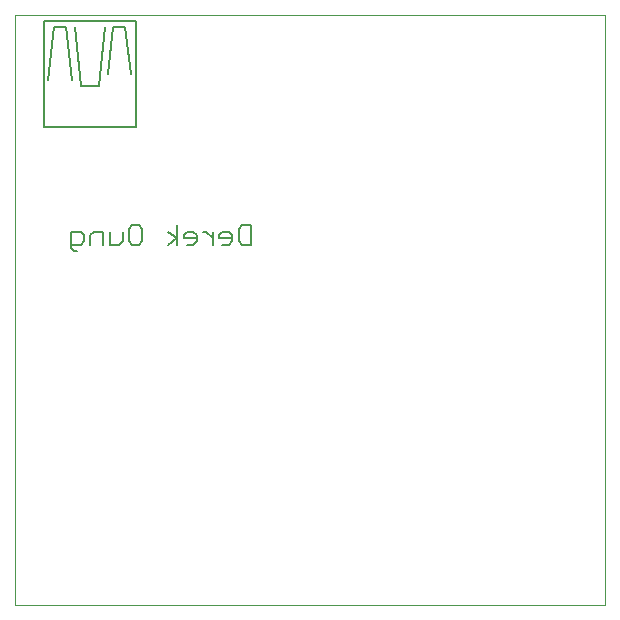
<source format=gbo>
G75*
G70*
%OFA0B0*%
%FSLAX24Y24*%
%IPPOS*%
%LPD*%
%AMOC8*
5,1,8,0,0,1.08239X$1,22.5*
%
%ADD10C,0.0000*%
%ADD11C,0.0060*%
%ADD12C,0.0050*%
D10*
X000181Y000312D02*
X000181Y019997D01*
X019866Y019997D01*
X019866Y000312D01*
X000181Y000312D01*
D11*
X002163Y012116D02*
X002057Y012223D01*
X002057Y012757D01*
X002377Y012757D01*
X002484Y012650D01*
X002484Y012437D01*
X002377Y012330D01*
X002057Y012330D01*
X002163Y012116D02*
X002270Y012116D01*
X002701Y012330D02*
X002701Y012650D01*
X002808Y012757D01*
X003128Y012757D01*
X003128Y012330D01*
X003346Y012330D02*
X003346Y012757D01*
X003773Y012757D02*
X003773Y012437D01*
X003666Y012330D01*
X003346Y012330D01*
X003990Y012437D02*
X003990Y012864D01*
X004097Y012970D01*
X004311Y012970D01*
X004417Y012864D01*
X004417Y012437D01*
X004311Y012330D01*
X004097Y012330D01*
X003990Y012437D01*
X005279Y012330D02*
X005599Y012543D01*
X005279Y012757D01*
X005599Y012970D02*
X005599Y012330D01*
X005816Y012543D02*
X006243Y012543D01*
X006243Y012437D02*
X006243Y012650D01*
X006137Y012757D01*
X005923Y012757D01*
X005816Y012650D01*
X005816Y012543D01*
X005923Y012330D02*
X006137Y012330D01*
X006243Y012437D01*
X006460Y012757D02*
X006567Y012757D01*
X006781Y012543D01*
X006781Y012330D02*
X006781Y012757D01*
X006998Y012650D02*
X006998Y012543D01*
X007425Y012543D01*
X007425Y012437D02*
X007425Y012650D01*
X007318Y012757D01*
X007105Y012757D01*
X006998Y012650D01*
X007105Y012330D02*
X007318Y012330D01*
X007425Y012437D01*
X007643Y012437D02*
X007643Y012864D01*
X007749Y012970D01*
X008070Y012970D01*
X008070Y012330D01*
X007749Y012330D01*
X007643Y012437D01*
D12*
X004217Y016246D02*
X004217Y019789D01*
X001146Y019789D01*
X001146Y016246D01*
X004217Y016246D01*
X002977Y017623D02*
X002386Y017623D01*
X002189Y019592D01*
X001894Y019592D02*
X002091Y017820D01*
X001303Y017820D02*
X001500Y019592D01*
X001894Y019592D01*
X003174Y019592D02*
X002977Y017623D01*
X003272Y018017D02*
X003469Y019592D01*
X003863Y019592D01*
X004059Y018017D01*
M02*

</source>
